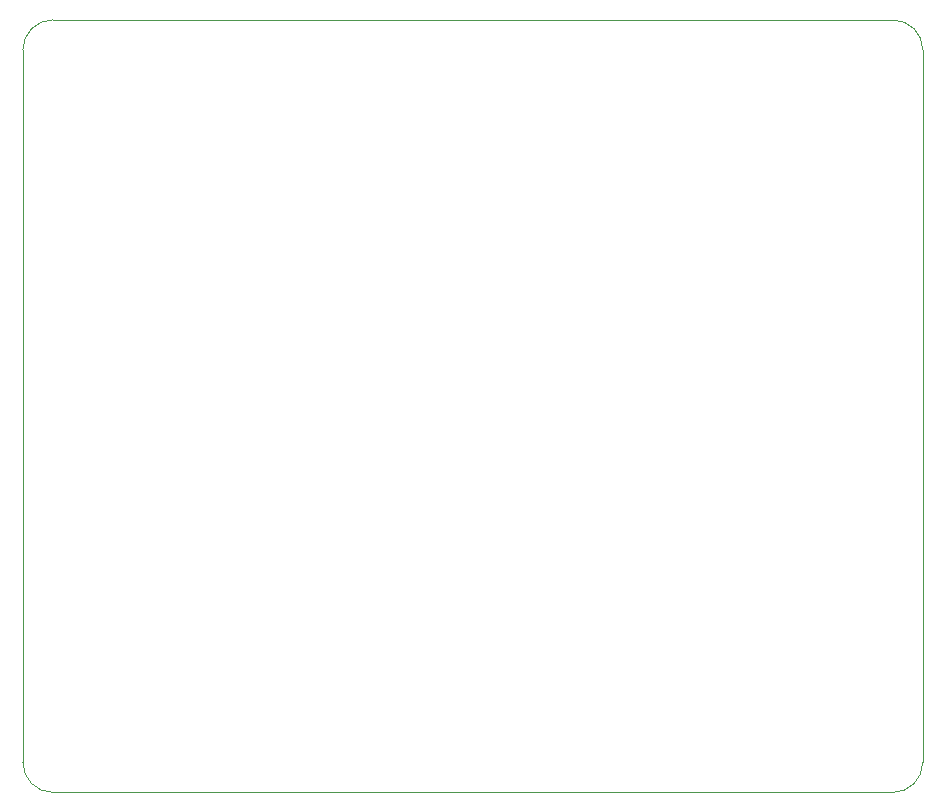
<source format=gm1>
G04 #@! TF.GenerationSoftware,KiCad,Pcbnew,8.0.3*
G04 #@! TF.CreationDate,2024-11-19T19:51:00+13:00*
G04 #@! TF.ProjectId,DEC8881_tester,44454338-3838-4315-9f74-65737465722e,rev?*
G04 #@! TF.SameCoordinates,Original*
G04 #@! TF.FileFunction,Profile,NP*
%FSLAX46Y46*%
G04 Gerber Fmt 4.6, Leading zero omitted, Abs format (unit mm)*
G04 Created by KiCad (PCBNEW 8.0.3) date 2024-11-19 19:51:00*
%MOMM*%
%LPD*%
G01*
G04 APERTURE LIST*
G04 #@! TA.AperFunction,Profile*
%ADD10C,0.050000*%
G04 #@! TD*
G04 APERTURE END LIST*
D10*
X191389000Y-127000000D02*
G75*
G02*
X188849000Y-129540000I-2540000J0D01*
G01*
X117729000Y-129540000D02*
G75*
G02*
X115189000Y-127000000I0J2540000D01*
G01*
X115189000Y-127000000D02*
X115189000Y-66675000D01*
X115189000Y-66675000D02*
G75*
G02*
X117729000Y-64135000I2540000J0D01*
G01*
X117729000Y-64135000D02*
X188849000Y-64135000D01*
X188849000Y-64135000D02*
G75*
G02*
X191389000Y-66675000I0J-2540000D01*
G01*
X188849000Y-129540000D02*
X117729000Y-129540000D01*
X191389000Y-66675000D02*
X191389000Y-127000000D01*
M02*

</source>
